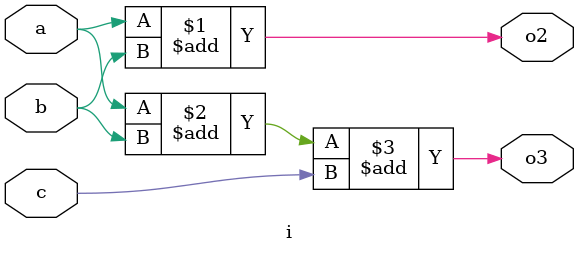
<source format=v>

 module  t  
  
 (
  input      a   ,  output      b  );
 assign        b  = 1 ;
 
 
 endmodule
 
 module  i  
  
 (
  input      a   ,      b   ,      c   ,  output      o2   ,      o3  );
 assign        o2  =  a  +  b  ;
 
 assign        o3  =  a  +  b  +  c  ;
 
 
 endmodule
 
</source>
